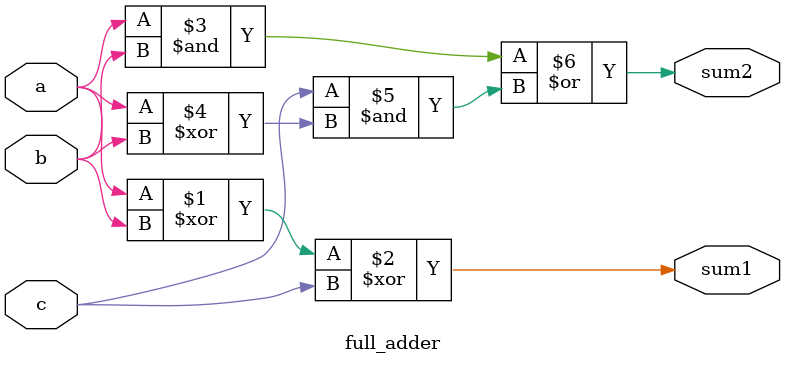
<source format=v>
module full_adder(a,b,c,sum1,sum2);
input a,b,c;
output sum1,sum2;
assign sum1=(a ^ b ^ c);
assign sum2=(a & b) | (c & (a ^ b));
endmodule


</source>
